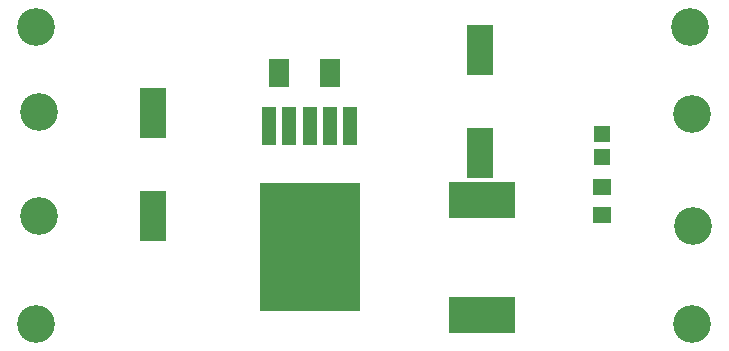
<source format=gbr>
G04 EAGLE Gerber RS-274X export*
G75*
%MOMM*%
%FSLAX34Y34*%
%LPD*%
%INSoldermask Top*%
%IPPOS*%
%AMOC8*
5,1,8,0,0,1.08239X$1,22.5*%
G01*
%ADD10R,2.203200X4.303200*%
%ADD11R,1.773200X2.423200*%
%ADD12C,3.203200*%
%ADD13R,5.603200X3.103200*%
%ADD14R,1.503200X1.353200*%
%ADD15R,1.403200X1.403200*%
%ADD16R,1.219200X3.253200*%
%ADD17R,8.583200X10.863200*%


D10*
X125730Y204790D03*
X125730Y117790D03*
X402590Y258130D03*
X402590Y171130D03*
D11*
X275590Y238760D03*
X232390Y238760D03*
D12*
X29210Y205740D03*
X581660Y204470D03*
X26670Y278130D03*
X26670Y26670D03*
X581660Y26670D03*
X580390Y278130D03*
D13*
X403860Y34050D03*
X403860Y131050D03*
D14*
X505460Y142240D03*
X505460Y118740D03*
D15*
X505460Y167640D03*
X505460Y187640D03*
D16*
X292100Y194310D03*
X275080Y194310D03*
X258060Y194310D03*
X241040Y194310D03*
X224020Y194310D03*
D17*
X258060Y91290D03*
D12*
X29210Y118110D03*
X582930Y109220D03*
M02*

</source>
